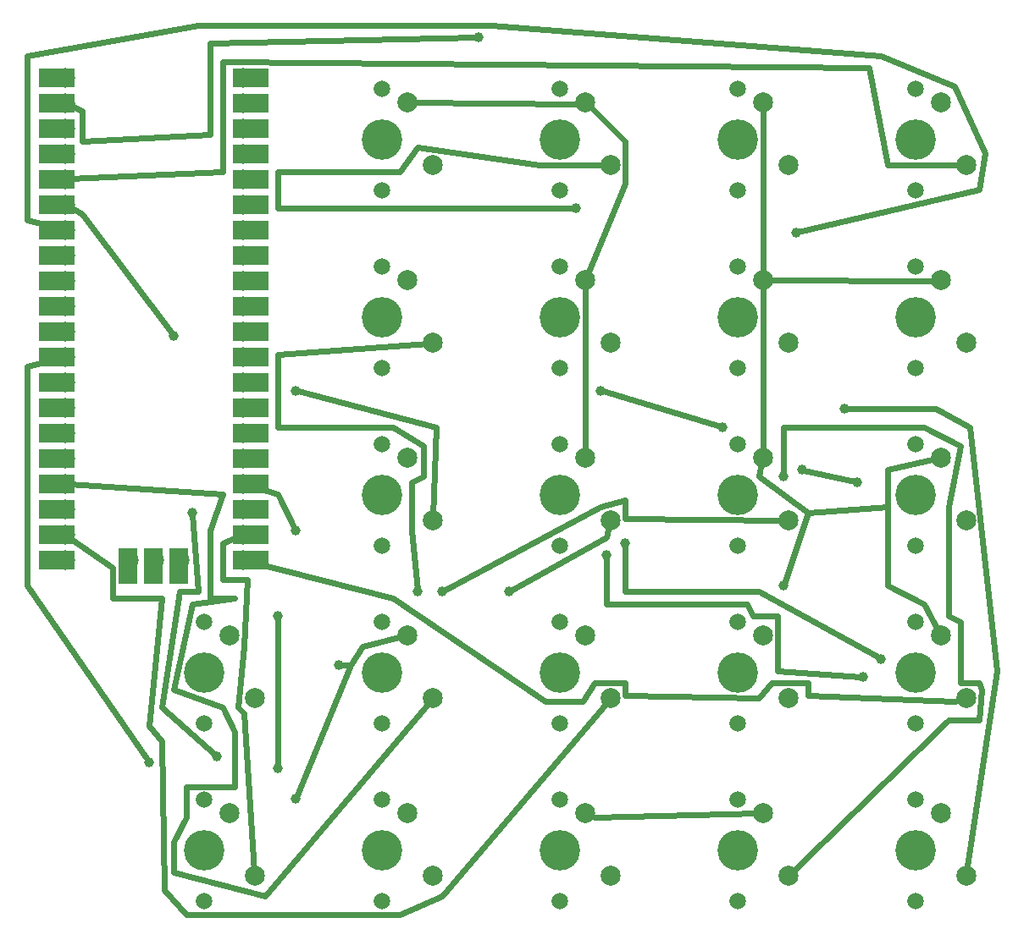
<source format=gbl>
G04 MADE WITH FRITZING*
G04 WWW.FRITZING.ORG*
G04 DOUBLE SIDED*
G04 HOLES PLATED*
G04 CONTOUR ON CENTER OF CONTOUR VECTOR*
%ASAXBY*%
%FSLAX23Y23*%
%MOIN*%
%OFA0B0*%
%SFA1.0B1.0*%
%ADD10C,0.078000*%
%ADD11C,0.078639*%
%ADD12C,0.158908*%
%ADD13C,0.065278*%
%ADD14C,0.039370*%
%ADD15R,0.143667X0.078000*%
%ADD16R,0.144000X0.078000*%
%ADD17R,0.078000X0.144000*%
%ADD18C,0.024000*%
%LNCOPPER0*%
G90*
G70*
G54D10*
X231Y3474D03*
X231Y3374D03*
X231Y3274D03*
X231Y3174D03*
X231Y3074D03*
X231Y2974D03*
X231Y2874D03*
X231Y2774D03*
X231Y2674D03*
X231Y2574D03*
X231Y2474D03*
X231Y2374D03*
X231Y2274D03*
X231Y2174D03*
X231Y2074D03*
X231Y1974D03*
X231Y1874D03*
X231Y1774D03*
X231Y1674D03*
X231Y1574D03*
X931Y1574D03*
X931Y1674D03*
X931Y1774D03*
X931Y1874D03*
X931Y1974D03*
X931Y2074D03*
X931Y2174D03*
X931Y2274D03*
X931Y2374D03*
X931Y2474D03*
X931Y2574D03*
X931Y2674D03*
X931Y2774D03*
X931Y2874D03*
X931Y2974D03*
X931Y3074D03*
X931Y3174D03*
X931Y3274D03*
X931Y3374D03*
X931Y3474D03*
X481Y1574D03*
X581Y1574D03*
X681Y1574D03*
G54D11*
X878Y577D03*
X978Y328D03*
G54D12*
X778Y428D03*
G54D13*
X778Y628D03*
X778Y228D03*
G54D11*
X1578Y577D03*
X1678Y328D03*
G54D12*
X1478Y428D03*
G54D13*
X1478Y628D03*
X1478Y228D03*
G54D11*
X2278Y577D03*
X2378Y328D03*
G54D12*
X2178Y428D03*
G54D13*
X2178Y628D03*
X2178Y228D03*
G54D11*
X2978Y577D03*
X3078Y328D03*
G54D12*
X2878Y428D03*
G54D13*
X2878Y628D03*
X2878Y228D03*
G54D11*
X3678Y577D03*
X3778Y328D03*
G54D12*
X3578Y428D03*
G54D13*
X3578Y628D03*
X3578Y228D03*
G54D11*
X878Y1277D03*
X978Y1028D03*
G54D12*
X778Y1128D03*
G54D13*
X778Y1328D03*
X778Y928D03*
G54D11*
X1578Y3377D03*
X1678Y3128D03*
G54D12*
X1478Y3228D03*
G54D13*
X1478Y3428D03*
X1478Y3028D03*
G54D11*
X1578Y2677D03*
X1678Y2428D03*
G54D12*
X1478Y2528D03*
G54D13*
X1478Y2728D03*
X1478Y2328D03*
G54D11*
X1578Y1977D03*
X1678Y1728D03*
G54D12*
X1478Y1828D03*
G54D13*
X1478Y2028D03*
X1478Y1628D03*
G54D11*
X3678Y1277D03*
X3778Y1028D03*
G54D12*
X3578Y1128D03*
G54D13*
X3578Y1328D03*
X3578Y928D03*
G54D11*
X2978Y1277D03*
X3078Y1028D03*
G54D12*
X2878Y1128D03*
G54D13*
X2878Y1328D03*
X2878Y928D03*
G54D11*
X1578Y1277D03*
X1678Y1028D03*
G54D12*
X1478Y1128D03*
G54D13*
X1478Y1328D03*
X1478Y928D03*
G54D11*
X2278Y1277D03*
X2378Y1028D03*
G54D12*
X2178Y1128D03*
G54D13*
X2178Y1328D03*
X2178Y928D03*
G54D11*
X3678Y1977D03*
X3778Y1728D03*
G54D12*
X3578Y1828D03*
G54D13*
X3578Y2028D03*
X3578Y1628D03*
G54D11*
X2978Y1977D03*
X3078Y1728D03*
G54D12*
X2878Y1828D03*
G54D13*
X2878Y2028D03*
X2878Y1628D03*
G54D11*
X2278Y1977D03*
X2378Y1728D03*
G54D12*
X2178Y1828D03*
G54D13*
X2178Y2028D03*
X2178Y1628D03*
G54D11*
X3678Y2677D03*
X3778Y2428D03*
G54D12*
X3578Y2528D03*
G54D13*
X3578Y2728D03*
X3578Y2328D03*
G54D11*
X2978Y2677D03*
X3078Y2428D03*
G54D12*
X2878Y2528D03*
G54D13*
X2878Y2728D03*
X2878Y2328D03*
G54D11*
X2278Y2677D03*
X2378Y2428D03*
G54D12*
X2178Y2528D03*
G54D13*
X2178Y2728D03*
X2178Y2328D03*
G54D11*
X3678Y3377D03*
X3778Y3128D03*
G54D12*
X3578Y3228D03*
G54D13*
X3578Y3428D03*
X3578Y3028D03*
G54D11*
X2978Y3377D03*
X3078Y3128D03*
G54D12*
X2878Y3228D03*
G54D13*
X2878Y3428D03*
X2878Y3028D03*
G54D11*
X2278Y3377D03*
X2378Y3128D03*
G54D12*
X2178Y3228D03*
G54D13*
X2178Y3428D03*
X2178Y3028D03*
G54D14*
X2244Y2960D03*
X1860Y3632D03*
X660Y2456D03*
X1620Y1448D03*
X828Y800D03*
X732Y1760D03*
X1716Y1448D03*
X1068Y1352D03*
X1068Y752D03*
X1980Y1448D03*
X564Y776D03*
X3372Y1112D03*
X2364Y1592D03*
X3444Y1184D03*
X2436Y1640D03*
X1140Y1688D03*
X3060Y1472D03*
X1140Y632D03*
X1308Y1160D03*
X3060Y1904D03*
X3108Y2864D03*
X3300Y2168D03*
X1140Y2240D03*
X2340Y2240D03*
X2820Y2096D03*
X3132Y1928D03*
X3348Y1880D03*
G54D15*
X198Y3474D03*
G54D16*
X199Y3374D03*
X199Y3274D03*
X198Y3174D03*
X199Y3074D03*
X199Y2974D03*
X199Y2874D03*
X199Y2774D03*
X199Y2674D03*
X199Y2574D03*
X199Y2474D03*
X199Y2374D03*
X199Y2274D03*
X199Y2174D03*
X199Y2074D03*
X199Y1974D03*
X199Y1874D03*
X199Y1774D03*
X199Y1674D03*
X199Y1574D03*
X963Y1574D03*
X963Y1674D03*
X963Y1774D03*
X963Y1874D03*
X963Y1974D03*
X963Y2074D03*
X963Y2174D03*
X963Y2274D03*
X963Y2374D03*
X963Y2474D03*
X963Y2574D03*
X963Y2674D03*
X963Y2774D03*
X963Y2874D03*
X963Y2974D03*
X963Y3074D03*
X963Y3174D03*
X963Y3274D03*
X963Y3374D03*
X963Y3474D03*
G54D17*
X480Y1550D03*
X580Y1550D03*
X680Y1550D03*
G54D18*
X976Y346D02*
X936Y968D01*
X936Y968D02*
X912Y992D01*
X912Y992D02*
X936Y1232D01*
X936Y1232D02*
X948Y1496D01*
X948Y1496D02*
X852Y1496D01*
X852Y1496D02*
X852Y1640D01*
X852Y1640D02*
X913Y1667D01*
D02*
X3759Y3128D02*
X3468Y3128D01*
X3468Y3128D02*
X3396Y3512D01*
X3396Y3512D02*
X852Y3536D01*
X852Y3536D02*
X852Y3104D01*
X852Y3104D02*
X250Y3075D01*
D02*
X2359Y3128D02*
X2100Y3128D01*
X2100Y3128D02*
X1620Y3200D01*
X1620Y3200D02*
X1548Y3104D01*
X1548Y3104D02*
X1068Y3104D01*
X1068Y3104D02*
X1068Y2960D01*
X1068Y2960D02*
X2236Y2960D01*
D02*
X1852Y3632D02*
X804Y3608D01*
X804Y3608D02*
X804Y3248D01*
X804Y3248D02*
X300Y3224D01*
X300Y3224D02*
X300Y3344D01*
X300Y3344D02*
X248Y3366D01*
D02*
X3760Y1023D02*
X3732Y1016D01*
X3732Y1016D02*
X3156Y1040D01*
X3156Y1040D02*
X3156Y1088D01*
X3156Y1088D02*
X3012Y1088D01*
X3012Y1088D02*
X2964Y1028D01*
X2964Y1028D02*
X2436Y1040D01*
X2436Y1040D02*
X2436Y1088D01*
X2436Y1088D02*
X2316Y1088D01*
X2316Y1088D02*
X2268Y1016D01*
X2268Y1016D02*
X2124Y1016D01*
X2124Y1016D02*
X1524Y1424D01*
X1524Y1424D02*
X949Y1569D01*
D02*
X248Y2965D02*
X300Y2936D01*
X300Y2936D02*
X655Y2462D01*
D02*
X1619Y1456D02*
X1596Y1688D01*
X1596Y1688D02*
X1596Y1880D01*
X1596Y1880D02*
X1644Y1904D01*
X1644Y1904D02*
X1644Y2024D01*
X1644Y2024D02*
X1524Y2096D01*
X1524Y2096D02*
X1068Y2096D01*
X1068Y2096D02*
X1068Y2384D01*
X1068Y2384D02*
X1659Y2427D01*
D02*
X1666Y1014D02*
X1020Y248D01*
X1020Y248D02*
X660Y344D01*
X660Y344D02*
X660Y464D01*
X660Y464D02*
X708Y560D01*
X708Y560D02*
X708Y680D01*
X708Y680D02*
X900Y680D01*
X900Y680D02*
X900Y896D01*
X900Y896D02*
X852Y992D01*
X852Y992D02*
X660Y1064D01*
X660Y1064D02*
X732Y1400D01*
X732Y1400D02*
X900Y1424D01*
X900Y1424D02*
X804Y1424D01*
X804Y1424D02*
X804Y1688D01*
X804Y1688D02*
X852Y1832D01*
X852Y1832D02*
X250Y1873D01*
D02*
X822Y805D02*
X612Y992D01*
X612Y992D02*
X684Y1448D01*
X684Y1448D02*
X756Y1448D01*
X756Y1448D02*
X733Y1752D01*
D02*
X2366Y1014D02*
X1716Y248D01*
X1716Y248D02*
X1548Y176D01*
X1548Y176D02*
X708Y176D01*
X708Y176D02*
X624Y272D01*
X624Y272D02*
X612Y860D01*
X612Y860D02*
X564Y920D01*
X564Y920D02*
X612Y1424D01*
X612Y1424D02*
X420Y1424D01*
X420Y1424D02*
X420Y1544D01*
X420Y1544D02*
X247Y1663D01*
D02*
X3059Y1728D02*
X2436Y1736D01*
X2436Y1736D02*
X2436Y1808D01*
X2436Y1808D02*
X2340Y1784D01*
X2340Y1784D02*
X1723Y1452D01*
D02*
X1068Y1344D02*
X1068Y760D01*
D02*
X2374Y1710D02*
X2364Y1664D01*
X2364Y1664D02*
X1987Y1452D01*
D02*
X560Y783D02*
X84Y1472D01*
X84Y1472D02*
X84Y2336D01*
X84Y2336D02*
X213Y2369D01*
D02*
X3364Y1113D02*
X3036Y1136D01*
X3036Y1136D02*
X3036Y1352D01*
X3036Y1352D02*
X2940Y1352D01*
X2940Y1352D02*
X2916Y1400D01*
X2916Y1400D02*
X2364Y1400D01*
X2364Y1400D02*
X2364Y1584D01*
D02*
X3437Y1188D02*
X2964Y1448D01*
X2964Y1448D02*
X2436Y1448D01*
X2436Y1448D02*
X2436Y1632D01*
D02*
X1136Y1695D02*
X1068Y1832D01*
X1068Y1832D02*
X949Y1868D01*
D02*
X2978Y3359D02*
X2978Y2696D01*
D02*
X2291Y3365D02*
X2436Y3224D01*
X2436Y3224D02*
X2436Y3056D01*
X2436Y3056D02*
X2285Y2694D01*
D02*
X3659Y2675D02*
X3636Y2672D01*
X3636Y2672D02*
X2996Y2677D01*
D02*
X1596Y3377D02*
X2244Y3368D01*
X2244Y3368D02*
X2260Y3373D01*
D02*
X2278Y1996D02*
X2278Y2659D01*
D02*
X2978Y1996D02*
X2978Y2659D01*
D02*
X3062Y1480D02*
X3156Y1760D01*
X3156Y1760D02*
X2964Y1904D01*
X2964Y1904D02*
X2974Y1959D01*
D02*
X3660Y1973D02*
X3468Y1928D01*
X3468Y1928D02*
X3468Y1784D01*
X3468Y1784D02*
X3156Y1760D01*
D02*
X3669Y1294D02*
X3612Y1400D01*
X3612Y1400D02*
X3468Y1472D01*
X3468Y1472D02*
X3468Y1784D01*
D02*
X1143Y639D02*
X1356Y1160D01*
X1356Y1160D02*
X1404Y1232D01*
X1404Y1232D02*
X1560Y1273D01*
D02*
X2959Y577D02*
X2316Y560D01*
X2316Y560D02*
X2295Y570D01*
D02*
X1316Y1160D02*
X1356Y1160D01*
D02*
X3091Y341D02*
X3708Y944D01*
X3708Y944D02*
X3828Y944D01*
X3828Y944D02*
X3840Y1064D01*
X3840Y1064D02*
X3828Y1088D01*
X3828Y1088D02*
X3756Y1088D01*
X3756Y1088D02*
X3756Y1328D01*
X3756Y1328D02*
X3708Y1352D01*
X3708Y1352D02*
X3708Y1784D01*
X3708Y1784D02*
X3756Y2024D01*
X3756Y2024D02*
X3612Y2096D01*
X3612Y2096D02*
X3060Y2096D01*
X3060Y2096D02*
X3060Y1912D01*
D02*
X3116Y2866D02*
X3828Y3032D01*
X3828Y3032D02*
X3852Y3176D01*
X3852Y3176D02*
X3732Y3440D01*
X3732Y3440D02*
X3444Y3560D01*
X3444Y3560D02*
X1908Y3680D01*
X1908Y3680D02*
X756Y3680D01*
X756Y3680D02*
X84Y3560D01*
X84Y3560D02*
X84Y2912D01*
X84Y2912D02*
X213Y2879D01*
D02*
X3780Y346D02*
X3900Y1136D01*
X3900Y1136D02*
X3792Y2096D01*
X3792Y2096D02*
X3660Y2168D01*
X3660Y2168D02*
X3308Y2168D01*
D02*
X1678Y1746D02*
X1692Y2096D01*
X1692Y2096D02*
X1148Y2238D01*
D02*
X2348Y2238D02*
X2812Y2098D01*
D02*
X3140Y1926D02*
X3340Y1882D01*
G04 End of Copper0*
M02*
</source>
